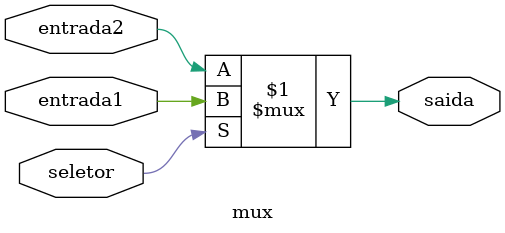
<source format=v>
module mux (
  input wire entrada1,
  input wire entrada2,
  input wire seletor,
  output wire saida
);

  // Se seletor == 1, entao o output será a entrada1. Caso contrário, a entrada2.
  assign saida = (seletor) ? entrada1 : entrada2;
endmodule

</source>
